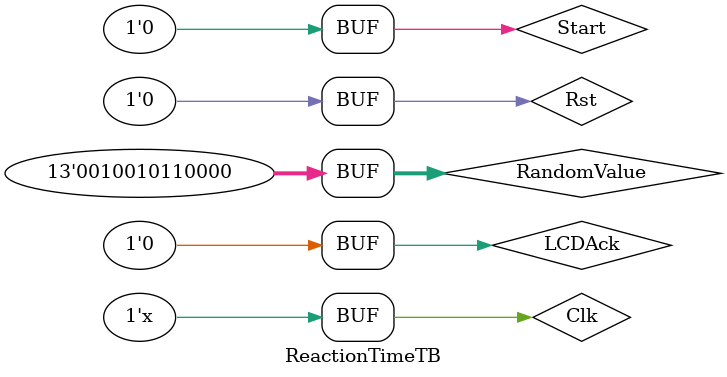
<source format=v>
`timescale 1ns / 1ns

module ReactionTimeTB();

reg Start;
reg Clk;
reg LCDAck;
reg Rst;
reg [12:0] RandomValue;
wire [9:0] ReactionTime;
wire [7:0] LED;
wire Cheat;
wire Slow;
wire Wait;
wire LCDUpdate;

ReactionTimer MyReactionTimer(Clk, Rst, Start, LED, ReactionTime, Cheat, Slow, Wait, RandomValue, LCDUpdate, LCDAck);

always begin
#1
Clk<=!Clk;
end

initial begin
$dumpfile("ReactionTimeTB.vcd");
$dumpvars;
Clk<=0;
Start<=0;
LCDAck<=0;
Rst<=1;
RandomValue<=1200;
#5//enter WAIT state
Start<=1;
Rst<=0;
#10//Stay in WAIT state
Start<=0;
#3000//Enter COUNTER state
Start<=1;
#10
Start<=0;
#200//Back to wait state
Start<=1;
#10
Start<=0;
#10//Test RST
Rst<=1;
LCDAck<=1;
#10
Rst<=0;
LCDAck<=0;
#10//enter WAIT
Start<=1;
#10
Start<=0;
end
endmodule

</source>
